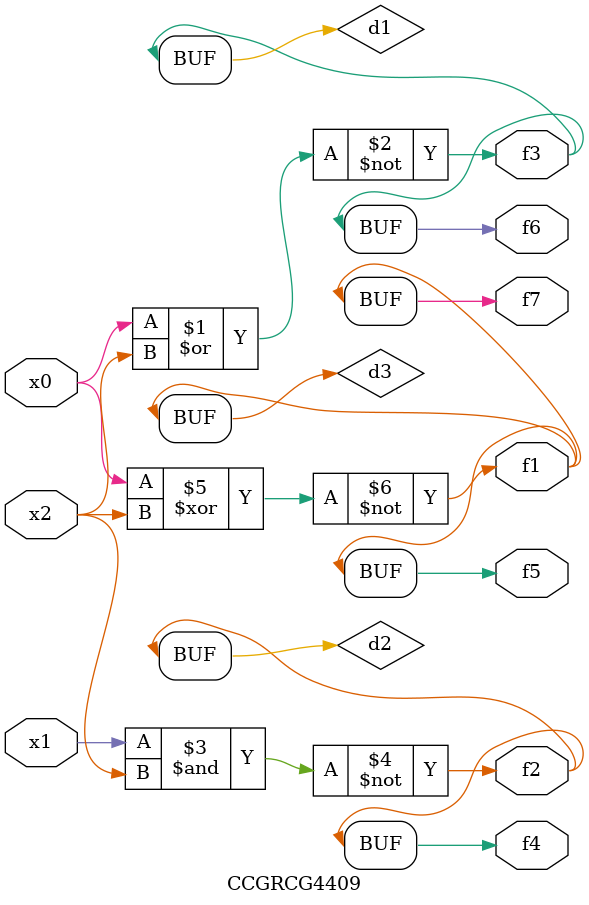
<source format=v>
module CCGRCG4409(
	input x0, x1, x2,
	output f1, f2, f3, f4, f5, f6, f7
);

	wire d1, d2, d3;

	nor (d1, x0, x2);
	nand (d2, x1, x2);
	xnor (d3, x0, x2);
	assign f1 = d3;
	assign f2 = d2;
	assign f3 = d1;
	assign f4 = d2;
	assign f5 = d3;
	assign f6 = d1;
	assign f7 = d3;
endmodule

</source>
